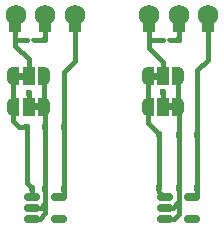
<source format=gbr>
%TF.GenerationSoftware,KiCad,Pcbnew,9.0.6-rc2*%
%TF.CreationDate,2025-11-10T17:57:54-08:00*%
%TF.ProjectId,FPC_Trigger_Board,4650435f-5472-4696-9767-65725f426f61,rev?*%
%TF.SameCoordinates,Original*%
%TF.FileFunction,Copper,L1,Top*%
%TF.FilePolarity,Positive*%
%FSLAX46Y46*%
G04 Gerber Fmt 4.6, Leading zero omitted, Abs format (unit mm)*
G04 Created by KiCad (PCBNEW 9.0.6-rc2) date 2025-11-10 17:57:54*
%MOMM*%
%LPD*%
G01*
G04 APERTURE LIST*
G04 Aperture macros list*
%AMRoundRect*
0 Rectangle with rounded corners*
0 $1 Rounding radius*
0 $2 $3 $4 $5 $6 $7 $8 $9 X,Y pos of 4 corners*
0 Add a 4 corners polygon primitive as box body*
4,1,4,$2,$3,$4,$5,$6,$7,$8,$9,$2,$3,0*
0 Add four circle primitives for the rounded corners*
1,1,$1+$1,$2,$3*
1,1,$1+$1,$4,$5*
1,1,$1+$1,$6,$7*
1,1,$1+$1,$8,$9*
0 Add four rect primitives between the rounded corners*
20,1,$1+$1,$2,$3,$4,$5,0*
20,1,$1+$1,$4,$5,$6,$7,0*
20,1,$1+$1,$6,$7,$8,$9,0*
20,1,$1+$1,$8,$9,$2,$3,0*%
%AMFreePoly0*
4,1,23,0.550000,-0.750000,0.000000,-0.750000,0.000000,-0.745722,-0.065263,-0.745722,-0.191342,-0.711940,-0.304381,-0.646677,-0.396677,-0.554381,-0.461940,-0.441342,-0.495722,-0.315263,-0.495722,-0.250000,-0.500000,-0.250000,-0.500000,0.250000,-0.495722,0.250000,-0.495722,0.315263,-0.461940,0.441342,-0.396677,0.554381,-0.304381,0.646677,-0.191342,0.711940,-0.065263,0.745722,0.000000,0.745722,
0.000000,0.750000,0.550000,0.750000,0.550000,-0.750000,0.550000,-0.750000,$1*%
%AMFreePoly1*
4,1,23,0.000000,0.745722,0.065263,0.745722,0.191342,0.711940,0.304381,0.646677,0.396677,0.554381,0.461940,0.441342,0.495722,0.315263,0.495722,0.250000,0.500000,0.250000,0.500000,-0.250000,0.495722,-0.250000,0.495722,-0.315263,0.461940,-0.441342,0.396677,-0.554381,0.304381,-0.646677,0.191342,-0.711940,0.065263,-0.745722,0.000000,-0.745722,0.000000,-0.750000,-0.550000,-0.750000,
-0.550000,0.750000,0.000000,0.750000,0.000000,0.745722,0.000000,0.745722,$1*%
G04 Aperture macros list end*
%TA.AperFunction,Conductor*%
%ADD10C,0.000000*%
%TD*%
%TA.AperFunction,EtchedComponent*%
%ADD11C,0.000000*%
%TD*%
%TA.AperFunction,SMDPad,CuDef*%
%ADD12RoundRect,0.100000X0.130000X0.100000X-0.130000X0.100000X-0.130000X-0.100000X0.130000X-0.100000X0*%
%TD*%
%TA.AperFunction,SMDPad,CuDef*%
%ADD13FreePoly0,0.000000*%
%TD*%
%TA.AperFunction,SMDPad,CuDef*%
%ADD14R,1.000000X1.500000*%
%TD*%
%TA.AperFunction,SMDPad,CuDef*%
%ADD15FreePoly1,0.000000*%
%TD*%
%TA.AperFunction,SMDPad,CuDef*%
%ADD16FreePoly0,180.000000*%
%TD*%
%TA.AperFunction,SMDPad,CuDef*%
%ADD17FreePoly1,180.000000*%
%TD*%
%TA.AperFunction,SMDPad,CuDef*%
%ADD18RoundRect,0.150000X-0.512500X-0.150000X0.512500X-0.150000X0.512500X0.150000X-0.512500X0.150000X0*%
%TD*%
%TA.AperFunction,ViaPad*%
%ADD19C,0.600000*%
%TD*%
%TA.AperFunction,ViaPad*%
%ADD20C,1.750000*%
%TD*%
%TA.AperFunction,Conductor*%
%ADD21C,0.450000*%
%TD*%
G04 APERTURE END LIST*
D10*
%TA.AperFunction,Conductor*%
%TO.N,PAD_1R*%
G36*
X225374200Y-148170900D02*
G01*
X224358200Y-148170900D01*
X224358200Y-146596100D01*
X225374200Y-146596100D01*
X225374200Y-148170900D01*
G37*
%TD.AperFunction*%
%TA.AperFunction,Conductor*%
%TO.N,ADC_1*%
G36*
X230378000Y-148170900D02*
G01*
X229362000Y-148170900D01*
X229362000Y-146596100D01*
X230378000Y-146596100D01*
X230378000Y-148170900D01*
G37*
%TD.AperFunction*%
%TA.AperFunction,Conductor*%
%TO.N,PAD_2R*%
G36*
X227888800Y-148170900D02*
G01*
X226872800Y-148170900D01*
X226872800Y-146596100D01*
X227888800Y-146596100D01*
X227888800Y-148170900D01*
G37*
%TD.AperFunction*%
%TA.AperFunction,Conductor*%
%TO.N,PAD_1L*%
G36*
X214045800Y-148170900D02*
G01*
X213029800Y-148170900D01*
X213029800Y-146596100D01*
X214045800Y-146596100D01*
X214045800Y-148170900D01*
G37*
%TD.AperFunction*%
%TA.AperFunction,Conductor*%
%TO.N,PAD_2L*%
G36*
X216560400Y-148170900D02*
G01*
X215544400Y-148170900D01*
X215544400Y-146596100D01*
X216560400Y-146596100D01*
X216560400Y-148170900D01*
G37*
%TD.AperFunction*%
%TA.AperFunction,Conductor*%
%TO.N,ADC_0*%
G36*
X219049600Y-148170900D02*
G01*
X218033600Y-148170900D01*
X218033600Y-146596100D01*
X219049600Y-146596100D01*
X219049600Y-148170900D01*
G37*
%TD.AperFunction*%
D11*
%TA.AperFunction,EtchedComponent*%
%TD*%
%TO.C,JP3*%
G36*
X225634600Y-152192000D02*
G01*
X225134600Y-152192000D01*
X225134600Y-151592000D01*
X225634600Y-151592000D01*
X225634600Y-152192000D01*
G37*
%TD.AperFunction*%
%TA.AperFunction,EtchedComponent*%
%TO.C,JP2*%
G36*
X215555400Y-154782800D02*
G01*
X215055400Y-154782800D01*
X215055400Y-154182800D01*
X215555400Y-154182800D01*
X215555400Y-154782800D01*
G37*
%TD.AperFunction*%
%TA.AperFunction,EtchedComponent*%
%TO.C,JP1*%
G36*
X214255400Y-152192000D02*
G01*
X213755400Y-152192000D01*
X213755400Y-151592000D01*
X214255400Y-151592000D01*
X214255400Y-152192000D01*
G37*
%TD.AperFunction*%
%TA.AperFunction,EtchedComponent*%
%TO.C,JP4*%
G36*
X226939200Y-154757400D02*
G01*
X226439200Y-154757400D01*
X226439200Y-154157400D01*
X226939200Y-154157400D01*
X226939200Y-154757400D01*
G37*
%TD.AperFunction*%
%TD*%
D12*
%TO.P,C2,1*%
%TO.N,PAD_2R*%
X226627800Y-148793200D03*
%TO.P,C2,2*%
%TO.N,PAD_1R*%
X225987800Y-148793200D03*
%TD*%
D13*
%TO.P,JP3,1,A*%
%TO.N,+3V3*%
X224734600Y-151892000D03*
D14*
%TO.P,JP3,2,C*%
%TO.N,PAD_1R*%
X226034600Y-151892000D03*
D15*
%TO.P,JP3,3,B*%
%TO.N,GND*%
X227334600Y-151892000D03*
%TD*%
D16*
%TO.P,JP2,1,A*%
%TO.N,GNDL*%
X215955400Y-154482800D03*
D14*
%TO.P,JP2,2,C*%
%TO.N,PAD_2L*%
X214655400Y-154482800D03*
D17*
%TO.P,JP2,3,B*%
%TO.N,+3V3L*%
X213355400Y-154482800D03*
%TD*%
D12*
%TO.P,C1,1*%
%TO.N,PAD_2L*%
X215127800Y-148793200D03*
%TO.P,C1,2*%
%TO.N,PAD_1L*%
X214487800Y-148793200D03*
%TD*%
D18*
%TO.P,U2,1,IN*%
%TO.N,+3V3*%
X226229402Y-162074737D03*
%TO.P,U2,2,GND*%
%TO.N,GND*%
X226229402Y-163024737D03*
%TO.P,U2,3,EN*%
X226229402Y-163974737D03*
%TO.P,U2,4,NC*%
%TO.N,unconnected-(U2-NC-Pad4)*%
X228504402Y-163974737D03*
%TO.P,U2,5,OUT*%
%TO.N,ADC_1*%
X228504402Y-162074737D03*
%TD*%
%TO.P,U1,1,IN*%
%TO.N,+3V3L*%
X214919100Y-162074737D03*
%TO.P,U1,2,GND*%
%TO.N,GNDL*%
X214919100Y-163024737D03*
%TO.P,U1,3,EN*%
X214919100Y-163974737D03*
%TO.P,U1,4,NC*%
%TO.N,unconnected-(U1-NC-Pad4)*%
X217194100Y-163974737D03*
%TO.P,U1,5,OUT*%
%TO.N,ADC_0*%
X217194100Y-162074737D03*
%TD*%
D13*
%TO.P,JP1,1,A*%
%TO.N,+3V3L*%
X213355400Y-151892000D03*
D14*
%TO.P,JP1,2,C*%
%TO.N,PAD_1L*%
X214655400Y-151892000D03*
D15*
%TO.P,JP1,3,B*%
%TO.N,GNDL*%
X215955400Y-151892000D03*
%TD*%
D16*
%TO.P,JP4,1,A*%
%TO.N,GND*%
X227339200Y-154457400D03*
D14*
%TO.P,JP4,2,C*%
%TO.N,PAD_2R*%
X226039200Y-154457400D03*
D17*
%TO.P,JP4,3,B*%
%TO.N,+3V3*%
X224739200Y-154457400D03*
%TD*%
D19*
%TO.N,GND*%
X227366902Y-156845000D03*
X227366902Y-161366200D03*
%TO.N,+3V3*%
X225679000Y-156794200D03*
X225679000Y-161366200D03*
D20*
%TO.N,ADC_0*%
X218556600Y-146735800D03*
D19*
X217627200Y-156159200D03*
X217627200Y-161417000D03*
D20*
%TO.N,ADC_1*%
X229866902Y-146735800D03*
D19*
X228939193Y-161340800D03*
X228939193Y-156845000D03*
%TO.N,+3V3L*%
X214919100Y-161340300D03*
X214487800Y-156184600D03*
%TO.N,GNDL*%
X216052400Y-161391600D03*
X216052400Y-156184600D03*
D20*
%TO.N,PAD_1L*%
X213556600Y-146735800D03*
D19*
%TO.N,PAD_2L*%
X216077800Y-148793200D03*
X214655400Y-153289000D03*
D20*
X216056600Y-146735800D03*
%TO.N,PAD_1R*%
X224866902Y-146735800D03*
D19*
%TO.N,PAD_2R*%
X226034600Y-153238200D03*
X227406200Y-148818600D03*
D20*
X227366902Y-146735800D03*
%TD*%
D21*
%TO.N,GND*%
X227366902Y-154485102D02*
X227339200Y-154457400D01*
X226839863Y-163024737D02*
X227304600Y-162560000D01*
X227366902Y-162497698D02*
X227366902Y-161366200D01*
X227366902Y-156845000D02*
X227366902Y-161366200D01*
X226229402Y-163974737D02*
X226931263Y-163974737D01*
X227339200Y-154457400D02*
X227339200Y-151896600D01*
X227355400Y-163550600D02*
X227355400Y-162610800D01*
X227304600Y-162560000D02*
X227366902Y-162497698D01*
X226229402Y-163024737D02*
X226839863Y-163024737D01*
X227339200Y-151896600D02*
X227334600Y-151892000D01*
X227366902Y-156845000D02*
X227366902Y-154485102D01*
X227355400Y-162610800D02*
X227304600Y-162560000D01*
X226931263Y-163974737D02*
X227355400Y-163550600D01*
%TO.N,+3V3*%
X225679000Y-156794200D02*
X225679000Y-161366200D01*
X225679000Y-161679374D02*
X226074363Y-162074737D01*
X224739200Y-155854400D02*
X225679000Y-156794200D01*
X224739200Y-154457400D02*
X224739200Y-151896600D01*
X226074363Y-162074737D02*
X226229402Y-162074737D01*
X224739200Y-154457400D02*
X224739200Y-155854400D01*
X224739200Y-151896600D02*
X224734600Y-151892000D01*
%TO.N,ADC_0*%
X217627200Y-151561800D02*
X218556600Y-150632400D01*
X217627200Y-161417000D02*
X217627200Y-151561800D01*
X217194100Y-162074737D02*
X217463041Y-162074737D01*
X217627200Y-161910578D02*
X217627200Y-161417000D01*
X218556600Y-150632400D02*
X218556600Y-147211800D01*
X217463041Y-162074737D02*
X217627200Y-161910578D01*
%TO.N,ADC_1*%
X228787848Y-162009945D02*
X228847393Y-161950400D01*
X228931750Y-161950400D02*
X228939193Y-161942957D01*
X228847393Y-161950400D02*
X228931750Y-161950400D01*
X229866902Y-150472698D02*
X229866902Y-147211800D01*
X228939193Y-161942957D02*
X228939193Y-161340800D01*
X228504402Y-162074737D02*
X228569194Y-162009945D01*
X228569194Y-162009945D02*
X228787848Y-162009945D01*
X228939193Y-161340800D02*
X228939193Y-151400407D01*
X228939193Y-151400407D02*
X229866902Y-150472698D01*
X228939193Y-161340800D02*
X228939193Y-161112200D01*
%TO.N,+3V3L*%
X214487800Y-160909000D02*
X214919100Y-161340300D01*
X214919100Y-161340300D02*
X214919100Y-162074737D01*
X213355400Y-154482800D02*
X213355400Y-151892000D01*
X213355400Y-155697400D02*
X213355400Y-154482800D01*
X214487800Y-156184600D02*
X213842600Y-156184600D01*
X214487800Y-156184600D02*
X214487800Y-160909000D01*
X213842600Y-156184600D02*
X213355400Y-155697400D01*
%TO.N,GNDL*%
X214919100Y-163024737D02*
X215663863Y-163024737D01*
X215577463Y-163974737D02*
X216052400Y-163499800D01*
X214919100Y-163974737D02*
X215577463Y-163974737D01*
X216052400Y-163499800D02*
X216052400Y-162636200D01*
X215955400Y-151892000D02*
X215955400Y-154482800D01*
X216052400Y-154579800D02*
X215955400Y-154482800D01*
X216052400Y-156184600D02*
X216052400Y-154579800D01*
X216052400Y-162636200D02*
X216052400Y-161391600D01*
X216052400Y-156184600D02*
X216052400Y-161391600D01*
X215663863Y-163024737D02*
X216052400Y-162636200D01*
%TO.N,PAD_1L*%
X213537800Y-148742400D02*
X213537800Y-147383500D01*
X214655400Y-151892000D02*
X214655400Y-150444200D01*
X214487800Y-148793200D02*
X213588600Y-148793200D01*
X213537800Y-149326600D02*
X213537800Y-148742400D01*
X213588600Y-148793200D02*
X213537800Y-148742400D01*
X214655400Y-150444200D02*
X213537800Y-149326600D01*
%TO.N,PAD_2L*%
X216052400Y-147211800D02*
X216056600Y-147211800D01*
X216077800Y-147408900D02*
X216052400Y-147383500D01*
X216077800Y-148793200D02*
X216077800Y-147408900D01*
X214655400Y-154482800D02*
X214655400Y-153289000D01*
X216077800Y-148793200D02*
X215127800Y-148793200D01*
%TO.N,PAD_1R*%
X226034600Y-150647400D02*
X224866200Y-149479000D01*
X224866200Y-149479000D02*
X224866200Y-148742400D01*
X224917000Y-148793200D02*
X224866200Y-148742400D01*
X226034600Y-151892000D02*
X226034600Y-150647400D01*
X224866200Y-148742400D02*
X224866200Y-147383500D01*
X225987800Y-148793200D02*
X224917000Y-148793200D01*
%TO.N,PAD_2R*%
X226039200Y-153242800D02*
X226034600Y-153238200D01*
X226653200Y-148818600D02*
X226627800Y-148793200D01*
X226039200Y-154457400D02*
X226039200Y-153242800D01*
X227406200Y-148818600D02*
X226653200Y-148818600D01*
X227406200Y-148818600D02*
X227406200Y-147408900D01*
X227406200Y-147408900D02*
X227380800Y-147383500D01*
%TD*%
M02*

</source>
